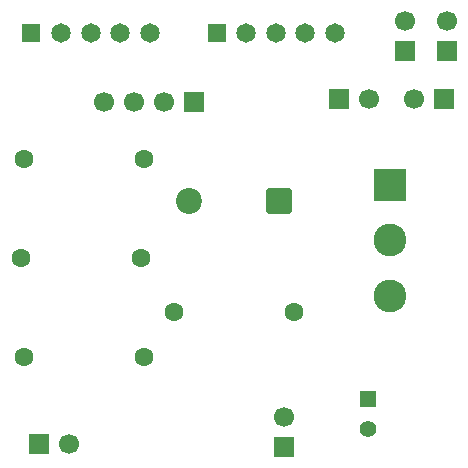
<source format=gbr>
%TF.GenerationSoftware,KiCad,Pcbnew,9.0.2*%
%TF.CreationDate,2025-11-02T21:54:50+09:00*%
%TF.ProjectId,kicad2026_3_,6b696361-6432-4303-9236-5f338e2e6b69,rev?*%
%TF.SameCoordinates,Original*%
%TF.FileFunction,Soldermask,Top*%
%TF.FilePolarity,Negative*%
%FSLAX46Y46*%
G04 Gerber Fmt 4.6, Leading zero omitted, Abs format (unit mm)*
G04 Created by KiCad (PCBNEW 9.0.2) date 2025-11-02 21:54:50*
%MOMM*%
%LPD*%
G01*
G04 APERTURE LIST*
G04 Aperture macros list*
%AMRoundRect*
0 Rectangle with rounded corners*
0 $1 Rounding radius*
0 $2 $3 $4 $5 $6 $7 $8 $9 X,Y pos of 4 corners*
0 Add a 4 corners polygon primitive as box body*
4,1,4,$2,$3,$4,$5,$6,$7,$8,$9,$2,$3,0*
0 Add four circle primitives for the rounded corners*
1,1,$1+$1,$2,$3*
1,1,$1+$1,$4,$5*
1,1,$1+$1,$6,$7*
1,1,$1+$1,$8,$9*
0 Add four rect primitives between the rounded corners*
20,1,$1+$1,$2,$3,$4,$5,0*
20,1,$1+$1,$4,$5,$6,$7,0*
20,1,$1+$1,$6,$7,$8,$9,0*
20,1,$1+$1,$8,$9,$2,$3,0*%
G04 Aperture macros list end*
%ADD10R,1.700000X1.700000*%
%ADD11C,1.700000*%
%ADD12R,1.650000X1.650000*%
%ADD13C,1.650000*%
%ADD14C,1.600000*%
%ADD15R,1.400000X1.400000*%
%ADD16C,1.400000*%
%ADD17R,2.775000X2.775000*%
%ADD18C,2.775000*%
%ADD19RoundRect,0.249999X0.850001X0.850001X-0.850001X0.850001X-0.850001X-0.850001X0.850001X-0.850001X0*%
%ADD20C,2.200000*%
G04 APERTURE END LIST*
D10*
%TO.C,D3*%
X146070000Y-61443000D03*
D11*
X148610000Y-61443000D03*
%TD*%
D12*
%TO.C,J2*%
X120048000Y-55880000D03*
D13*
X122548000Y-55880000D03*
X125048000Y-55880000D03*
X127548000Y-55880000D03*
X130048000Y-55880000D03*
%TD*%
D10*
%TO.C,J15*%
X133848000Y-61722000D03*
D11*
X131308000Y-61722000D03*
X128768000Y-61722000D03*
X126228000Y-61722000D03*
%TD*%
D14*
%TO.C,R4*%
X132080000Y-79502000D03*
X142240000Y-79502000D03*
%TD*%
D10*
%TO.C,J12*%
X120650000Y-90678000D03*
D11*
X123190000Y-90678000D03*
%TD*%
D10*
%TO.C,D5*%
X151638000Y-57404000D03*
D11*
X151638000Y-54864000D03*
%TD*%
D15*
%TO.C,J1*%
X148518000Y-86863000D03*
D16*
X148518000Y-89363000D03*
%TD*%
D10*
%TO.C,D2*%
X141453000Y-90912000D03*
D11*
X141453000Y-88372000D03*
%TD*%
D14*
%TO.C,R5*%
X119380000Y-83312000D03*
X129540000Y-83312000D03*
%TD*%
%TO.C,R1*%
X119380000Y-66548000D03*
X129540000Y-66548000D03*
%TD*%
%TO.C,R3*%
X119126000Y-74930000D03*
X129286000Y-74930000D03*
%TD*%
D12*
%TO.C,J3*%
X135716000Y-55863000D03*
D13*
X138216000Y-55863000D03*
X140716000Y-55863000D03*
X143216000Y-55863000D03*
X145716000Y-55863000D03*
%TD*%
D10*
%TO.C,D4*%
X154940000Y-61468000D03*
D11*
X152400000Y-61468000D03*
%TD*%
D17*
%TO.C,SW2*%
X150368000Y-68706000D03*
D18*
X150368000Y-73406000D03*
X150368000Y-78106000D03*
%TD*%
D10*
%TO.C,D6*%
X155194000Y-57404000D03*
D11*
X155194000Y-54864000D03*
%TD*%
D19*
%TO.C,D7*%
X140970000Y-70104000D03*
D20*
X133350000Y-70104000D03*
%TD*%
M02*

</source>
